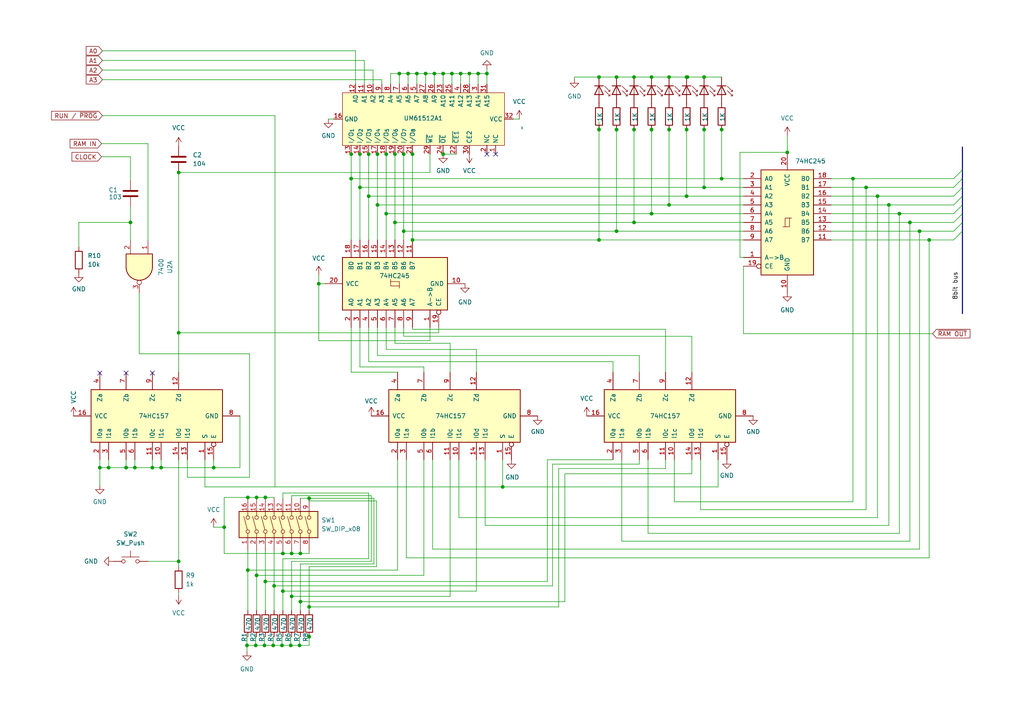
<source format=kicad_sch>
(kicad_sch (version 20230121) (generator eeschema)
  (paper "A4")
  (title_block (title "8 Bit CPU - RAM Module") (date "2023-08-03"))
  (lib_symbols
    (symbol "74xx:7400" (pin_names (offset 1.016))
      (property "Reference" "U" (at 0 1.27 0))
      (property "Value" "7400" (at 0 -1.27 0))
      (symbol "7400_1_1"
        (arc (start 0 -3.81) (mid 3.7934 0) (end 0 3.81) (stroke (width 0.254)) (fill (type background)))
        (polyline (pts (xy 0 3.81) (xy -3.81 3.81) (xy -3.81 -3.81) (xy 0 -3.81)) (stroke (width 0.254)) (fill (type background)))
        (pin input line (at -7.62 2.54 0) (length 3.81) (name "~") (number "1"))
        (pin input line (at -7.62 -2.54 0) (length 3.81) (name "~") (number "2"))
        (pin output inverted (at 7.62 0 180) (length 3.81) (name "~") (number "3"))
      )
      (symbol "7400_1_2"
        (arc (start -3.81 -3.81) (mid -2.589 0) (end -3.81 3.81) (stroke (width 0.254)))
        (arc (start -0.6096 -3.81) (mid 2.1842 -2.5851) (end 3.81 0) (stroke (width 0.254)) (fill (type background)))
        (polyline (pts (xy -3.81 -3.81) (xy -0.635 -3.81)) (stroke (width 0.254)) (fill (type background)))
        (polyline (pts (xy -3.81 3.81) (xy -0.635 3.81)) (stroke (width 0.254)) (fill (type background)))
        (polyline (pts (xy -0.635 3.81) (xy -3.81 3.81) (xy -3.81 3.81) (xy -3.556 3.4036) (xy -3.0226 2.2606) (xy -2.6924 1.0414) (xy -2.6162 -0.254) (xy -2.7686 -1.4986) (xy -3.175 -2.7178) (xy -3.81 -3.81) (xy -3.81 -3.81) (xy -0.635 -3.81)) (stroke (width -25.4)) (fill (type background)))
        (arc (start 3.81 0) (mid 2.1915 2.5936) (end -0.6096 3.81) (stroke (width 0.254)) (fill (type background)))
        (pin input inverted (at -7.62 2.54 0) (length 4.318) (name "~") (number "1"))
        (pin input inverted (at -7.62 -2.54 0) (length 4.318) (name "~") (number "2"))
        (pin output line (at 7.62 0 180) (length 3.81) (name "~") (number "3"))
      )
      (symbol "7400_2_1"
        (arc (start 0 -3.81) (mid 3.7934 0) (end 0 3.81) (stroke (width 0.254)) (fill (type background)))
        (polyline (pts (xy 0 3.81) (xy -3.81 3.81) (xy -3.81 -3.81) (xy 0 -3.81)) (stroke (width 0.254)) (fill (type background)))
        (pin input line (at -7.62 2.54 0) (length 3.81) (name "~") (number "4"))
        (pin input line (at -7.62 -2.54 0) (length 3.81) (name "~") (number "5"))
        (pin output inverted (at 7.62 0 180) (length 3.81) (name "~") (number "6"))
      )
      (symbol "7400_2_2"
        (arc (start -3.81 -3.81) (mid -2.589 0) (end -3.81 3.81) (stroke (width 0.254)))
        (arc (start -0.6096 -3.81) (mid 2.1842 -2.5851) (end 3.81 0) (stroke (width 0.254)) (fill (type background)))
        (polyline (pts (xy -3.81 -3.81) (xy -0.635 -3.81)) (stroke (width 0.254)) (fill (type background)))
        (polyline (pts (xy -3.81 3.81) (xy -0.635 3.81)) (stroke (width 0.254)) (fill (type background)))
        (polyline (pts (xy -0.635 3.81) (xy -3.81 3.81) (xy -3.81 3.81) (xy -3.556 3.4036) (xy -3.0226 2.2606) (xy -2.6924 1.0414) (xy -2.6162 -0.254) (xy -2.7686 -1.4986) (xy -3.175 -2.7178) (xy -3.81 -3.81) (xy -3.81 -3.81) (xy -0.635 -3.81)) (stroke (width -25.4)) (fill (type background)))
        (arc (start 3.81 0) (mid 2.1915 2.5936) (end -0.6096 3.81) (stroke (width 0.254)) (fill (type background)))
        (pin input inverted (at -7.62 2.54 0) (length 4.318) (name "~") (number "4"))
        (pin input inverted (at -7.62 -2.54 0) (length 4.318) (name "~") (number "5"))
        (pin output line (at 7.62 0 180) (length 3.81) (name "~") (number "6"))
      )
      (symbol "7400_3_1"
        (arc (start 0 -3.81) (mid 3.7934 0) (end 0 3.81) (stroke (width 0.254)) (fill (type background)))
        (polyline (pts (xy 0 3.81) (xy -3.81 3.81) (xy -3.81 -3.81) (xy 0 -3.81)) (stroke (width 0.254)) (fill (type background)))
        (pin input line (at -7.62 -2.54 0) (length 3.81) (name "~") (number "10"))
        (pin output inverted (at 7.62 0 180) (length 3.81) (name "~") (number "8"))
        (pin input line (at -7.62 2.54 0) (length 3.81) (name "~") (number "9"))
      )
      (symbol "7400_3_2"
        (arc (start -3.81 -3.81) (mid -2.589 0) (end -3.81 3.81) (stroke (width 0.254)))
        (arc (start -0.6096 -3.81) (mid 2.1842 -2.5851) (end 3.81 0) (stroke (width 0.254)) (fill (type background)))
        (polyline (pts (xy -3.81 -3.81) (xy -0.635 -3.81)) (stroke (width 0.254)) (fill (type background)))
        (polyline (pts (xy -3.81 3.81) (xy -0.635 3.81)) (stroke (width 0.254)) (fill (type background)))
        (polyline (pts (xy -0.635 3.81) (xy -3.81 3.81) (xy -3.81 3.81) (xy -3.556 3.4036) (xy -3.0226 2.2606) (xy -2.6924 1.0414) (xy -2.6162 -0.254) (xy -2.7686 -1.4986) (xy -3.175 -2.7178) (xy -3.81 -3.81) (xy -3.81 -3.81) (xy -0.635 -3.81)) (stroke (width -25.4)) (fill (type background)))
        (arc (start 3.81 0) (mid 2.1915 2.5936) (end -0.6096 3.81) (stroke (width 0.254)) (fill (type background)))
        (pin input inverted (at -7.62 -2.54 0) (length 4.318) (name "~") (number "10"))
        (pin output line (at 7.62 0 180) (length 3.81) (name "~") (number "8"))
        (pin input inverted (at -7.62 2.54 0) (length 4.318) (name "~") (number "9"))
      )
      (symbol "7400_4_1"
        (arc (start 0 -3.81) (mid 3.7934 0) (end 0 3.81) (stroke (width 0.254)) (fill (type background)))
        (polyline (pts (xy 0 3.81) (xy -3.81 3.81) (xy -3.81 -3.81) (xy 0 -3.81)) (stroke (width 0.254)) (fill (type background)))
        (pin output inverted (at 7.62 0 180) (length 3.81) (name "~") (number "11"))
        (pin input line (at -7.62 2.54 0) (length 3.81) (name "~") (number "12"))
        (pin input line (at -7.62 -2.54 0) (length 3.81) (name "~") (number "13"))
      )
      (symbol "7400_4_2"
        (arc (start -3.81 -3.81) (mid -2.589 0) (end -3.81 3.81) (stroke (width 0.254)))
        (arc (start -0.6096 -3.81) (mid 2.1842 -2.5851) (end 3.81 0) (stroke (width 0.254)) (fill (type background)))
        (polyline (pts (xy -3.81 -3.81) (xy -0.635 -3.81)) (stroke (width 0.254)) (fill (type background)))
        (polyline (pts (xy -3.81 3.81) (xy -0.635 3.81)) (stroke (width 0.254)) (fill (type background)))
        (polyline (pts (xy -0.635 3.81) (xy -3.81 3.81) (xy -3.81 3.81) (xy -3.556 3.4036) (xy -3.0226 2.2606) (xy -2.6924 1.0414) (xy -2.6162 -0.254) (xy -2.7686 -1.4986) (xy -3.175 -2.7178) (xy -3.81 -3.81) (xy -3.81 -3.81) (xy -0.635 -3.81)) (stroke (width -25.4)) (fill (type background)))
        (arc (start 3.81 0) (mid 2.1915 2.5936) (end -0.6096 3.81) (stroke (width 0.254)) (fill (type background)))
        (pin output line (at 7.62 0 180) (length 3.81) (name "~") (number "11"))
        (pin input inverted (at -7.62 2.54 0) (length 4.318) (name "~") (number "12"))
        (pin input inverted (at -7.62 -2.54 0) (length 4.318) (name "~") (number "13"))
      )
      (symbol "7400_5_0"
        (pin power_in line (at 0 12.7 270) (length 5.08) (name "VCC") (number "14"))
        (pin power_in line (at 0 -12.7 90) (length 5.08) (name "GND") (number "7"))
      )
      (symbol "7400_5_1"
        (rectangle (start -5.08 7.62) (end 5.08 -7.62) (stroke (width 0.254)) (fill (type background)))
      )
    )
    (symbol "74xx:74HC245" (pin_names (offset 1.016))
      (property "Reference" "U" (at -7.62 16.51 0))
      (property "Value" "74HC245" (at -7.62 -16.51 0))
      (symbol "74HC245_1_0"
        (polyline (pts (xy -0.635 -1.27) (xy -0.635 1.27) (xy 0.635 1.27)))
        (polyline (pts (xy -1.27 -1.27) (xy 0.635 -1.27) (xy 0.635 1.27) (xy 1.27 1.27)))
        (pin input line (at -12.7 -10.16 0) (length 5.08) (name "A->B") (number "1"))
        (pin power_in line (at 0 -20.32 90) (length 5.08) (name "GND") (number "10"))
        (pin tri_state line (at 12.7 -5.08 180) (length 5.08) (name "B7") (number "11"))
        (pin tri_state line (at 12.7 -2.54 180) (length 5.08) (name "B6") (number "12"))
        (pin tri_state line (at 12.7 0 180) (length 5.08) (name "B5") (number "13"))
        (pin tri_state line (at 12.7 2.54 180) (length 5.08) (name "B4") (number "14"))
        (pin tri_state line (at 12.7 5.08 180) (length 5.08) (name "B3") (number "15"))
        (pin tri_state line (at 12.7 7.62 180) (length 5.08) (name "B2") (number "16"))
        (pin tri_state line (at 12.7 10.16 180) (length 5.08) (name "B1") (number "17"))
        (pin tri_state line (at 12.7 12.7 180) (length 5.08) (name "B0") (number "18"))
        (pin input inverted (at -12.7 -12.7 0) (length 5.08) (name "CE") (number "19"))
        (pin tri_state line (at -12.7 12.7 0) (length 5.08) (name "A0") (number "2"))
        (pin power_in line (at 0 20.32 270) (length 5.08) (name "VCC") (number "20"))
        (pin tri_state line (at -12.7 10.16 0) (length 5.08) (name "A1") (number "3"))
        (pin tri_state line (at -12.7 7.62 0) (length 5.08) (name "A2") (number "4"))
        (pin tri_state line (at -12.7 5.08 0) (length 5.08) (name "A3") (number "5"))
        (pin tri_state line (at -12.7 2.54 0) (length 5.08) (name "A4") (number "6"))
        (pin tri_state line (at -12.7 0 0) (length 5.08) (name "A5") (number "7"))
        (pin tri_state line (at -12.7 -2.54 0) (length 5.08) (name "A6") (number "8"))
        (pin tri_state line (at -12.7 -5.08 0) (length 5.08) (name "A7") (number "9"))
      )
      (symbol "74HC245_1_1"
        (rectangle (start -7.62 15.24) (end 7.62 -15.24) (stroke (width 0.254)) (fill (type background)))
      )
    )
    (symbol "74xx:74LS157" (pin_names (offset 1.016))
      (property "Reference" "U" (at -7.62 19.05 0))
      (property "Value" "74LS157" (at -7.62 -21.59 0))
      (symbol "74LS157_1_0"
        (pin input line (at -12.7 -15.24 0) (length 5.08) (name "S") (number "1"))
        (pin input line (at -12.7 -2.54 0) (length 5.08) (name "I1c") (number "10"))
        (pin input line (at -12.7 0 0) (length 5.08) (name "I0c") (number "11"))
        (pin output line (at 12.7 -7.62 180) (length 5.08) (name "Zd") (number "12"))
        (pin input line (at -12.7 -10.16 0) (length 5.08) (name "I1d") (number "13"))
        (pin input line (at -12.7 -7.62 0) (length 5.08) (name "I0d") (number "14"))
        (pin input inverted (at -12.7 -17.78 0) (length 5.08) (name "E") (number "15"))
        (pin power_in line (at 0 22.86 270) (length 5.08) (name "VCC") (number "16"))
        (pin input line (at -12.7 15.24 0) (length 5.08) (name "I0a") (number "2"))
        (pin input line (at -12.7 12.7 0) (length 5.08) (name "I1a") (number "3"))
        (pin output line (at 12.7 15.24 180) (length 5.08) (name "Za") (number "4"))
        (pin input line (at -12.7 7.62 0) (length 5.08) (name "I0b") (number "5"))
        (pin input line (at -12.7 5.08 0) (length 5.08) (name "I1b") (number "6"))
        (pin output line (at 12.7 7.62 180) (length 5.08) (name "Zb") (number "7"))
        (pin power_in line (at 0 -25.4 90) (length 5.08) (name "GND") (number "8"))
        (pin output line (at 12.7 0 180) (length 5.08) (name "Zc") (number "9"))
      )
      (symbol "74LS157_1_1"
        (rectangle (start -7.62 17.78) (end 7.62 -20.32) (stroke (width 0.254)) (fill (type background)))
      )
    )
    (symbol "Antoine_Library:UM61512A"
      (property "Reference" "UM61512A" (at 3.81 -2.54 0))
      (symbol "UM61512A_1_1"
        (rectangle (start -10.16 -5.08) (end 5.08 -52.07) (fill (type background)))
        (pin free line (at 7.62 -7.62 180) (length 2.54) (name "NC") (number "1"))
        (pin input line (at -12.7 -43.18 0) (length 2.54) (name "A2") (number "10"))
        (pin input line (at -12.7 -45.72 0) (length 2.54) (name "A1") (number "11"))
        (pin input line (at -12.7 -48.26 0) (length 2.54) (name "A0") (number "12"))
        (pin tri_state line (at 7.62 -49.53 180) (length 2.54) (name "I/O_{1}") (number "13"))
        (pin tri_state line (at 7.62 -46.99 180) (length 2.54) (name "I/O_{2}") (number "14"))
        (pin tri_state line (at 7.62 -44.45 180) (length 2.54) (name "I/O_{3}") (number "15"))
        (pin power_out line (at -2.54 -54.61 90) (length 2.54) (name "GND") (number "16"))
        (pin tri_state line (at 7.62 -41.91 180) (length 2.54) (name "I/O_{4}") (number "17"))
        (pin tri_state line (at 7.62 -39.37 180) (length 2.54) (name "I/O_{5}") (number "18"))
        (pin tri_state line (at 7.62 -36.83 180) (length 2.54) (name "I/O_{6}") (number "19"))
        (pin free line (at 7.62 -10.16 180) (length 2.54) (name "NC") (number "2"))
        (pin tri_state line (at 7.62 -34.29 180) (length 2.54) (name "I/O_{7}") (number "20"))
        (pin tri_state line (at 7.62 -31.75 180) (length 2.54) (name "I/O_{8}") (number "21"))
        (pin input line (at 7.62 -19.05 180) (length 2.54) (name "~{CE1}") (number "22"))
        (pin input line (at -12.7 -22.86 0) (length 2.54) (name "A10") (number "23"))
        (pin input line (at 7.62 -22.86 180) (length 2.54) (name "~{OE}") (number "24"))
        (pin input line (at -12.7 -20.32 0) (length 2.54) (name "A11") (number "25"))
        (pin input line (at -12.7 -25.4 0) (length 2.54) (name "A9") (number "26"))
        (pin input line (at -12.7 -27.94 0) (length 2.54) (name "A8") (number "27"))
        (pin input line (at -12.7 -15.24 0) (length 2.54) (name "A13") (number "28"))
        (pin input line (at 7.62 -26.67 180) (length 2.54) (name "~{WE}") (number "29"))
        (pin input line (at -12.7 -12.7 0) (length 2.54) (name "A14") (number "3"))
        (pin input line (at 7.62 -15.24 180) (length 2.54) (name "CE2") (number "30"))
        (pin input line (at -12.7 -10.16 0) (length 2.54) (name "A15") (number "31"))
        (pin power_in line (at -2.54 -2.54 270) (length 2.54) (name "VCC") (number "32"))
        (pin input line (at -12.7 -17.78 0) (length 2.54) (name "A12") (number "4"))
        (pin input line (at -12.7 -30.48 0) (length 2.54) (name "A7") (number "5"))
        (pin input line (at -12.7 -33.02 0) (length 2.54) (name "A6") (number "6"))
        (pin input line (at -12.7 -35.56 0) (length 2.54) (name "A5") (number "7"))
        (pin input line (at -12.7 -38.1 0) (length 2.54) (name "A4") (number "8"))
        (pin input line (at -12.7 -40.64 0) (length 2.54) (name "A3") (number "9"))
      )
    )
    (symbol "Device:C" (pin_numbers hide) (pin_names (offset 0.254))
      (property "Reference" "C" (at 0.635 2.54 0))
      (property "Value" "C" (at 0.635 -2.54 0))
      (symbol "C_0_1"
        (polyline (pts (xy -2.032 -0.762) (xy 2.032 -0.762)) (stroke (width 0.508)))
        (polyline (pts (xy -2.032 0.762) (xy 2.032 0.762)) (stroke (width 0.508)))
      )
      (symbol "C_1_1"
        (pin passive line (at 0 3.81 270) (length 2.794) (name "~") (number "1"))
        (pin passive line (at 0 -3.81 90) (length 2.794) (name "~") (number "2"))
      )
    )
    (symbol "Device:R" (pin_numbers hide) (pin_names (offset 0))
      (property "Reference" "R" (at 2.032 0 90))
      (property "Value" "R" (at 0 0 90))
      (symbol "R_0_1"
        (rectangle (start -1.016 -2.54) (end 1.016 2.54) (stroke (width 0.254)))
      )
      (symbol "R_1_1"
        (pin passive line (at 0 3.81 270) (length 1.27) (name "~") (number "1"))
        (pin passive line (at 0 -3.81 90) (length 1.27) (name "~") (number "2"))
      )
    )
    (symbol "LED:CQY99" (pin_numbers hide) (pin_names (offset 1.016) hide)
      (property "Reference" "D" (at 0.508 1.778 0))
      (property "Value" "CQY99" (at -1.016 -2.794 0))
      (symbol "CQY99_0_1"
        (polyline (pts (xy -2.54 1.27) (xy -2.54 -1.27)) (stroke (width 0.254)))
        (polyline (pts (xy 0 0) (xy -2.54 0)))
        (polyline (pts (xy 0.381 3.175) (xy -0.127 3.175)))
        (polyline (pts (xy -1.143 1.651) (xy 0.381 3.175) (xy 0.381 2.667)))
        (polyline (pts (xy 0 -1.27) (xy -2.54 0) (xy 0 1.27) (xy 0 -1.27)) (stroke (width 0.254)))
        (polyline (pts (xy -2.413 1.651) (xy -0.889 3.175) (xy -0.889 2.667) (xy -0.889 3.175) (xy -1.397 3.175)))
      )
      (symbol "CQY99_1_1"
        (pin passive line (at -5.08 0 0) (length 2.54) (name "K") (number "1"))
        (pin passive line (at 2.54 0 180) (length 2.54) (name "A") (number "2"))
      )
    )
    (symbol "Switch:SW_DIP_x08" (pin_names (offset 0) hide)
      (property "Reference" "SW" (at 0 13.97 0))
      (property "Value" "SW_DIP_x08" (at 0 -11.43 0))
      (symbol "SW_DIP_x08_0_0"
        (circle (center -2.032 -7.62) (radius 0.508))
        (circle (center -2.032 -5.08) (radius 0.508))
        (circle (center -2.032 -2.54) (radius 0.508))
        (circle (center -2.032 0) (radius 0.508))
        (circle (center -2.032 2.54) (radius 0.508))
        (circle (center -2.032 5.08) (radius 0.508))
        (circle (center -2.032 7.62) (radius 0.508))
        (circle (center -2.032 10.16) (radius 0.508))
        (polyline (pts (xy -1.524 -7.4676) (xy 2.3622 -6.4262)))
        (polyline (pts (xy -1.524 -4.9276) (xy 2.3622 -3.8862)))
        (polyline (pts (xy -1.524 -2.3876) (xy 2.3622 -1.3462)))
        (polyline (pts (xy -1.524 0.127) (xy 2.3622 1.1684)))
        (polyline (pts (xy -1.524 2.667) (xy 2.3622 3.7084)))
        (polyline (pts (xy -1.524 5.207) (xy 2.3622 6.2484)))
        (polyline (pts (xy -1.524 7.747) (xy 2.3622 8.7884)))
        (polyline (pts (xy -1.524 10.287) (xy 2.3622 11.3284)))
        (circle (center 2.032 -7.62) (radius 0.508))
        (circle (center 2.032 -5.08) (radius 0.508))
        (circle (center 2.032 -2.54) (radius 0.508))
        (circle (center 2.032 0) (radius 0.508))
        (circle (center 2.032 2.54) (radius 0.508))
        (circle (center 2.032 5.08) (radius 0.508))
        (circle (center 2.032 7.62) (radius 0.508))
        (circle (center 2.032 10.16) (radius 0.508))
      )
      (symbol "SW_DIP_x08_0_1"
        (rectangle (start -3.81 12.7) (end 3.81 -10.16) (stroke (width 0.254)) (fill (type background)))
      )
      (symbol "SW_DIP_x08_1_1"
        (pin passive line (at -7.62 10.16 0) (length 5.08) (name "~") (number "1"))
        (pin passive line (at 7.62 -5.08 180) (length 5.08) (name "~") (number "10"))
        (pin passive line (at 7.62 -2.54 180) (length 5.08) (name "~") (number "11"))
        (pin passive line (at 7.62 0 180) (length 5.08) (name "~") (number "12"))
        (pin passive line (at 7.62 2.54 180) (length 5.08) (name "~") (number "13"))
        (pin passive line (at 7.62 5.08 180) (length 5.08) (name "~") (number "14"))
        (pin passive line (at 7.62 7.62 180) (length 5.08) (name "~") (number "15"))
        (pin passive line (at 7.62 10.16 180) (length 5.08) (name "~") (number "16"))
        (pin passive line (at -7.62 7.62 0) (length 5.08) (name "~") (number "2"))
        (pin passive line (at -7.62 5.08 0) (length 5.08) (name "~") (number "3"))
        (pin passive line (at -7.62 2.54 0) (length 5.08) (name "~") (number "4"))
        (pin passive line (at -7.62 0 0) (length 5.08) (name "~") (number "5"))
        (pin passive line (at -7.62 -2.54 0) (length 5.08) (name "~") (number "6"))
        (pin passive line (at -7.62 -5.08 0) (length 5.08) (name "~") (number "7"))
        (pin passive line (at -7.62 -7.62 0) (length 5.08) (name "~") (number "8"))
        (pin passive line (at 7.62 -7.62 180) (length 5.08) (name "~") (number "9"))
      )
    )
    (symbol "Switch:SW_Push" (pin_numbers hide) (pin_names (offset 1.016) hide)
      (property "Reference" "SW" (at 1.27 2.54 0))
      (property "Value" "SW_Push" (at 0 -1.524 0))
      (symbol "SW_Push_0_1"
        (circle (center -2.032 0) (radius 0.508))
        (polyline (pts (xy 0 1.27) (xy 0 3.048)))
        (polyline (pts (xy 2.54 1.27) (xy -2.54 1.27)))
        (circle (center 2.032 0) (radius 0.508))
        (pin passive line (at -5.08 0 0) (length 2.54) (name "1") (number "1"))
        (pin passive line (at 5.08 0 180) (length 2.54) (name "2") (number "2"))
      )
    )
    (symbol "power:GND" (power) (pin_names (offset 0))
      (property "Value" "GND" (at 0 -3.81 0))
      (symbol "GND_0_1"
        (polyline (pts (xy 0 0) (xy 0 -1.27) (xy 1.27 -1.27) (xy 0 -2.54) (xy -1.27 -1.27) (xy 0 -1.27)))
      )
      (symbol "GND_1_1"
        (pin power_in line (at 0 0 270) (length 0) hide (name "GND") (number "1"))
      )
    )
    (symbol "power:VCC" (power) (pin_names (offset 0))
      (property "Value" "VCC" (at 0 3.81 0))
      (symbol "VCC_0_1"
        (polyline (pts (xy -0.762 1.27) (xy 0 2.54)))
        (polyline (pts (xy 0 0) (xy 0 2.54)))
        (polyline (pts (xy 0 2.54) (xy 0.762 1.27)))
      )
      (symbol "VCC_1_1"
        (pin power_in line (at 0 0 90) (length 0) hide (name "VCC") (number "1"))
      )
    )
  )
  (junction (at 71.882 165.354))
  (junction (at 87.122 174.498))
  (junction (at 101.854 44.704))
  (junction (at 119.634 44.704))
  (junction (at 199.136 56.896))
  (junction (at 209.296 51.816))
  (junction (at 114.554 64.516))
  (junction (at 188.976 22.352))
  (junction (at 269.494 69.596))
  (junction (at 114.554 44.704))
  (junction (at 31.496 135.636))
  (junction (at 37.846 64.516))
  (junction (at 106.934 44.704))
  (junction (at 133.604 21.336))
  (junction (at 84.582 172.974))
  (junction (at 109.474 44.704))
  (junction (at 119.634 69.596))
  (junction (at 51.816 96.52))
  (junction (at 183.896 64.516))
  (junction (at 84.328 187.198))
  (junction (at 173.736 69.596))
  (junction (at 125.984 21.336))
  (junction (at 71.882 144.272))
  (junction (at 118.364 21.336))
  (junction (at 183.896 37.592))
  (junction (at 81.788 187.198))
  (junction (at 173.736 37.592))
  (junction (at 204.216 22.352))
  (junction (at 86.868 187.198))
  (junction (at 251.206 54.356))
  (junction (at 82.042 171.45))
  (junction (at 89.662 144.526))
  (junction (at 44.196 135.636))
  (junction (at 76.962 168.656))
  (junction (at 79.248 187.198))
  (junction (at 92.456 82.296))
  (junction (at 61.976 135.636))
  (junction (at 263.906 64.516))
  (junction (at 204.216 37.592))
  (junction (at 228.346 44.196))
  (junction (at 123.444 21.336))
  (junction (at 82.042 160.528))
  (junction (at 71.628 187.198))
  (junction (at 178.816 67.056))
  (junction (at 104.394 54.356))
  (junction (at 266.7 67.056))
  (junction (at 104.394 44.704))
  (junction (at 89.662 176.022))
  (junction (at 128.524 44.704))
  (junction (at 36.576 135.636))
  (junction (at 117.094 44.704))
  (junction (at 199.136 37.592))
  (junction (at 183.896 22.352))
  (junction (at 106.934 56.896))
  (junction (at 112.014 44.704))
  (junction (at 74.168 187.198))
  (junction (at 89.662 184.658))
  (junction (at 109.474 59.436))
  (junction (at 46.736 135.636))
  (junction (at 194.056 22.352))
  (junction (at 254.508 56.896))
  (junction (at 79.502 169.926))
  (junction (at 194.056 59.436))
  (junction (at 51.816 162.814))
  (junction (at 76.708 187.198))
  (junction (at 194.056 37.592))
  (junction (at 115.824 21.336))
  (junction (at 178.816 37.592))
  (junction (at 199.136 22.352))
  (junction (at 131.064 21.336))
  (junction (at 87.122 160.528))
  (junction (at 173.736 22.352))
  (junction (at 145.796 141.224))
  (junction (at 260.858 61.976))
  (junction (at 209.296 37.592))
  (junction (at 138.684 21.336))
  (junction (at 204.216 54.356))
  (junction (at 117.094 67.056))
  (junction (at 128.524 21.336))
  (junction (at 101.854 51.816))
  (junction (at 39.116 135.636))
  (junction (at 28.956 135.636))
  (junction (at 84.582 160.528))
  (junction (at 74.422 144.272))
  (junction (at 112.014 61.976))
  (junction (at 65.024 152.908))
  (junction (at 120.904 21.336))
  (junction (at 178.816 22.352))
  (junction (at 141.224 21.336))
  (junction (at 199.39 22.352))
  (junction (at 74.422 166.878))
  (junction (at 76.962 144.272))
  (junction (at 188.976 37.592))
  (junction (at 51.816 50.038))
  (junction (at 247.396 51.816))
  (junction (at 188.976 61.976))
  (junction (at 257.81 59.436))
  (junction (at 136.144 21.336))
  (no_connect (at 28.956 108.204))
  (no_connect (at 143.764 44.704))
  (no_connect (at 44.196 108.204))
  (no_connect (at 141.224 44.704))
  (no_connect (at 36.576 108.204))
  (bus_entry (at 279.146 67.056) (size -2.54 2.54))
  (bus_entry (at 279.146 56.896) (size -2.54 2.54))
  (bus_entry (at 279.146 54.356) (size -2.54 2.54))
  (bus_entry (at 279.146 51.816) (size -2.54 2.54))
  (bus_entry (at 279.146 49.276) (size -2.54 2.54))
  (bus_entry (at 279.146 64.516) (size -2.54 2.54))
  (bus_entry (at 279.146 61.976) (size -2.54 2.54))
  (bus_entry (at 279.146 59.436) (size -2.54 2.54))
  (wire (pts (xy 215.646 96.774) (xy 270.51 96.774)))
  (wire (pts (xy 51.816 50.038) (xy 124.714 50.038)))
  (wire (pts (xy 42.926 162.814) (xy 51.816 162.814)))
  (wire (pts (xy 76.708 187.198) (xy 74.168 187.198)))
  (wire (pts (xy 138.684 24.384) (xy 138.684 21.336)))
  (wire (pts (xy 130.556 99.568) (xy 114.554 99.568)))
  (wire (pts (xy 89.662 176.022) (xy 89.662 177.038)))
  (wire (pts (xy 183.896 64.516) (xy 215.646 64.516)))
  (wire (pts (xy 117.094 67.056) (xy 178.816 67.056)))
  (wire (pts (xy 76.962 144.526) (xy 76.962 144.272)))
  (wire (pts (xy 254.508 56.896) (xy 276.606 56.896)))
  (wire (pts (xy 89.662 145.288) (xy 89.662 144.526)))
  (wire (pts (xy 158.75 133.35) (xy 177.8 133.35)))
  (wire (pts (xy 79.502 144.526) (xy 79.502 144.272)))
  (wire (pts (xy 193.04 95.504) (xy 119.634 95.504)))
  (wire (pts (xy 42.926 69.85) (xy 42.926 41.656)))
  (wire (pts (xy 89.662 176.022) (xy 162.052 176.022)))
  (wire (pts (xy 204.216 37.338) (xy 204.216 37.592)))
  (wire (pts (xy 125.984 21.336) (xy 128.524 21.336)))
  (wire (pts (xy 74.168 187.198) (xy 71.628 187.198)))
  (wire (pts (xy 180.34 133.35) (xy 180.34 156.972)))
  (wire (pts (xy 200.66 133.35) (xy 200.66 137.414)))
  (wire (pts (xy 79.756 33.528) (xy 79.756 141.224)))
  (wire (pts (xy 51.816 96.52) (xy 51.816 107.95)))
  (wire (pts (xy 76.962 168.656) (xy 76.962 177.038)))
  (wire (pts (xy 122.936 166.878) (xy 122.936 133.35)))
  (wire (pts (xy 173.736 35.306) (xy 173.736 37.592)))
  (wire (pts (xy 87.122 174.498) (xy 163.83 174.498)))
  (wire (pts (xy 185.42 133.35) (xy 185.42 134.62)))
  (wire (pts (xy 109.22 145.288) (xy 89.662 145.288)))
  (wire (pts (xy 193.04 135.89) (xy 162.052 135.89)))
  (wire (pts (xy 86.868 187.198) (xy 89.662 187.198)))
  (wire (pts (xy 104.394 94.996) (xy 104.394 106.426)))
  (wire (pts (xy 92.456 82.296) (xy 94.234 82.296)))
  (wire (pts (xy 241.046 51.816) (xy 247.396 51.816)))
  (bus (pts (xy 279.146 56.896) (xy 279.146 59.436)))
  (wire (pts (xy 109.474 59.436) (xy 109.474 69.596)))
  (wire (pts (xy 173.736 22.352) (xy 178.816 22.352)))
  (wire (pts (xy 106.934 104.902) (xy 177.8 104.902)))
  (wire (pts (xy 109.474 94.996) (xy 109.474 103.124)))
  (wire (pts (xy 125.984 24.384) (xy 125.984 21.336)))
  (wire (pts (xy 119.634 94.996) (xy 119.634 95.504)))
  (wire (pts (xy 124.714 94.996) (xy 124.714 98.806)))
  (wire (pts (xy 183.896 37.338) (xy 183.896 37.592)))
  (wire (pts (xy 269.494 69.596) (xy 276.606 69.596)))
  (wire (pts (xy 251.206 147.828) (xy 251.206 54.356)))
  (wire (pts (xy 28.956 133.35) (xy 28.956 135.636)))
  (wire (pts (xy 87.122 160.528) (xy 89.662 160.528)))
  (wire (pts (xy 133.604 24.384) (xy 133.604 21.336)))
  (wire (pts (xy 120.904 24.384) (xy 120.904 21.336)))
  (wire (pts (xy 200.66 137.414) (xy 163.83 137.414)))
  (wire (pts (xy 69.596 120.65) (xy 69.596 135.636)))
  (wire (pts (xy 128.524 21.336) (xy 131.064 21.336)))
  (wire (pts (xy 160.274 134.62) (xy 160.274 169.926)))
  (wire (pts (xy 117.094 44.45) (xy 117.094 44.704)))
  (wire (pts (xy 71.882 144.272) (xy 74.422 144.272)))
  (wire (pts (xy 89.662 176.022) (xy 89.662 164.338)))
  (wire (pts (xy 89.662 184.404) (xy 89.662 184.658)))
  (wire (pts (xy 22.86 64.516) (xy 37.846 64.516)))
  (wire (pts (xy 118.364 21.336) (xy 120.904 21.336)))
  (wire (pts (xy 42.926 41.656) (xy 29.464 41.656)))
  (wire (pts (xy 82.042 160.528) (xy 65.024 160.528)))
  (wire (pts (xy 101.854 44.45) (xy 101.854 44.704)))
  (wire (pts (xy 119.634 44.45) (xy 119.634 44.704)))
  (wire (pts (xy 74.168 184.658) (xy 74.422 184.658)))
  (wire (pts (xy 76.962 159.766) (xy 76.962 168.656)))
  (wire (pts (xy 65.024 152.908) (xy 65.024 144.272)))
  (wire (pts (xy 140.716 133.35) (xy 140.716 152.4)))
  (bus (pts (xy 279.146 61.976) (xy 279.146 64.516)))
  (wire (pts (xy 29.718 23.114) (xy 110.744 23.114)))
  (wire (pts (xy 106.934 44.704) (xy 106.934 56.896)))
  (wire (pts (xy 79.502 169.926) (xy 79.502 177.038)))
  (wire (pts (xy 188.976 37.338) (xy 188.976 37.592)))
  (wire (pts (xy 84.328 184.658) (xy 84.582 184.658)))
  (wire (pts (xy 117.094 67.056) (xy 117.094 69.596)))
  (wire (pts (xy 106.934 44.45) (xy 106.934 44.704)))
  (wire (pts (xy 130.556 133.35) (xy 130.556 172.974)))
  (wire (pts (xy 108.204 20.32) (xy 108.204 24.384)))
  (wire (pts (xy 263.906 156.972) (xy 263.906 64.516)))
  (wire (pts (xy 119.634 69.596) (xy 173.736 69.596)))
  (wire (pts (xy 215.646 74.676) (xy 214.63 74.676)))
  (wire (pts (xy 133.604 21.336) (xy 136.144 21.336)))
  (bus (pts (xy 279.146 54.356) (xy 279.146 56.896)))
  (wire (pts (xy 188.976 61.976) (xy 215.646 61.976)))
  (wire (pts (xy 101.854 44.704) (xy 101.854 51.816)))
  (wire (pts (xy 71.628 184.658) (xy 71.882 184.658)))
  (wire (pts (xy 61.976 152.908) (xy 65.024 152.908)))
  (wire (pts (xy 113.284 24.384) (xy 113.284 21.336)))
  (wire (pts (xy 82.042 171.45) (xy 138.176 171.45)))
  (wire (pts (xy 160.274 134.62) (xy 185.42 134.62)))
  (wire (pts (xy 127.254 94.996) (xy 127.254 96.52)))
  (wire (pts (xy 178.816 22.352) (xy 183.896 22.352)))
  (wire (pts (xy 177.8 107.95) (xy 177.8 104.902)))
  (wire (pts (xy 84.582 160.528) (xy 87.122 160.528)))
  (wire (pts (xy 195.58 145.542) (xy 247.396 145.542)))
  (wire (pts (xy 247.396 145.542) (xy 247.396 51.816)))
  (wire (pts (xy 79.756 33.528) (xy 29.718 33.528)))
  (wire (pts (xy 61.976 135.636) (xy 61.976 133.35)))
  (wire (pts (xy 204.216 22.352) (xy 209.296 22.352)))
  (wire (pts (xy 257.81 152.4) (xy 257.81 59.436)))
  (wire (pts (xy 84.582 159.766) (xy 84.582 160.528)))
  (wire (pts (xy 128.524 24.384) (xy 128.524 21.336)))
  (wire (pts (xy 84.582 172.974) (xy 130.556 172.974)))
  (wire (pts (xy 141.224 21.336) (xy 141.224 24.384)))
  (wire (pts (xy 200.66 97.536) (xy 117.094 97.536)))
  (wire (pts (xy 115.316 133.35) (xy 115.316 165.354)))
  (wire (pts (xy 185.42 103.124) (xy 109.474 103.124)))
  (wire (pts (xy 138.176 171.45) (xy 138.176 133.35)))
  (wire (pts (xy 86.868 184.658) (xy 86.868 187.198)))
  (wire (pts (xy 120.904 21.336) (xy 123.444 21.336)))
  (wire (pts (xy 166.624 22.352) (xy 173.736 22.352)))
  (wire (pts (xy 71.882 165.354) (xy 71.882 177.038)))
  (wire (pts (xy 95.25 34.544) (xy 96.774 34.544)))
  (wire (pts (xy 101.854 51.816) (xy 209.296 51.816)))
  (wire (pts (xy 28.956 135.636) (xy 28.956 140.716)))
  (wire (pts (xy 87.122 144.526) (xy 89.662 144.526)))
  (bus (pts (xy 279.146 42.672) (xy 279.146 49.276)))
  (wire (pts (xy 199.39 22.352) (xy 204.216 22.352)))
  (wire (pts (xy 84.582 144.526) (xy 84.582 143.764)))
  (wire (pts (xy 37.846 59.944) (xy 37.846 64.516)))
  (wire (pts (xy 145.796 133.35) (xy 145.796 141.224)))
  (wire (pts (xy 105.664 17.526) (xy 105.664 24.384)))
  (bus (pts (xy 279.146 67.056) (xy 279.146 90.932)))
  (wire (pts (xy 108.458 163.576) (xy 87.122 163.576)))
  (wire (pts (xy 44.196 133.35) (xy 44.196 135.636)))
  (wire (pts (xy 203.2 147.828) (xy 251.206 147.828)))
  (wire (pts (xy 71.882 144.272) (xy 71.882 144.526)))
  (wire (pts (xy 203.2 133.35) (xy 203.2 147.828)))
  (wire (pts (xy 113.284 21.336) (xy 115.824 21.336)))
  (wire (pts (xy 51.816 50.038) (xy 51.816 96.52)))
  (wire (pts (xy 178.816 67.056) (xy 215.646 67.056)))
  (wire (pts (xy 251.206 54.356) (xy 276.606 54.356)))
  (wire (pts (xy 106.934 162.052) (xy 82.042 162.052)))
  (wire (pts (xy 79.248 187.198) (xy 76.708 187.198)))
  (wire (pts (xy 122.936 106.426) (xy 104.394 106.426)))
  (wire (pts (xy 128.524 44.704) (xy 132.334 44.704)))
  (wire (pts (xy 84.582 172.974) (xy 84.582 177.038)))
  (wire (pts (xy 106.934 104.902) (xy 106.934 94.996)))
  (wire (pts (xy 65.024 160.528) (xy 65.024 152.908)))
  (wire (pts (xy 106.934 143.002) (xy 106.934 162.052)))
  (wire (pts (xy 123.444 24.384) (xy 123.444 21.336)))
  (wire (pts (xy 260.858 61.976) (xy 276.606 61.976)))
  (wire (pts (xy 180.34 156.972) (xy 263.906 156.972)))
  (wire (pts (xy 104.394 44.704) (xy 104.394 54.356)))
  (wire (pts (xy 125.476 159.258) (xy 125.476 133.35)))
  (wire (pts (xy 81.788 184.658) (xy 81.788 187.198)))
  (wire (pts (xy 112.014 94.996) (xy 112.014 101.346)))
  (wire (pts (xy 101.854 107.95) (xy 115.316 107.95)))
  (wire (pts (xy 178.816 37.338) (xy 178.816 37.592)))
  (wire (pts (xy 81.788 187.198) (xy 84.328 187.198)))
  (wire (pts (xy 214.63 44.196) (xy 228.346 44.196)))
  (wire (pts (xy 36.576 135.636) (xy 31.496 135.636)))
  (wire (pts (xy 145.796 141.224) (xy 208.28 141.224)))
  (wire (pts (xy 46.736 135.636) (xy 61.976 135.636)))
  (wire (pts (xy 76.962 168.656) (xy 158.75 168.656)))
  (wire (pts (xy 74.422 144.272) (xy 76.962 144.272)))
  (wire (pts (xy 140.716 152.4) (xy 257.81 152.4)))
  (wire (pts (xy 46.736 133.35) (xy 46.736 135.636)))
  (wire (pts (xy 71.882 159.766) (xy 71.882 165.354)))
  (wire (pts (xy 193.04 107.95) (xy 193.04 95.504)))
  (wire (pts (xy 82.042 159.766) (xy 82.042 160.528)))
  (wire (pts (xy 54.356 138.43) (xy 54.356 133.35)))
  (wire (pts (xy 72.39 102.616) (xy 40.386 102.616)))
  (wire (pts (xy 112.014 61.976) (xy 112.014 69.596)))
  (wire (pts (xy 44.196 135.636) (xy 39.116 135.636)))
  (wire (pts (xy 29.718 17.526) (xy 105.664 17.526)))
  (wire (pts (xy 89.662 160.528) (xy 89.662 159.766)))
  (wire (pts (xy 138.176 107.95) (xy 138.176 101.346)))
  (wire (pts (xy 241.046 56.896) (xy 254.508 56.896)))
  (wire (pts (xy 150.622 34.544) (xy 148.844 34.544)))
  (wire (pts (xy 215.646 77.216) (xy 215.646 96.774)))
  (wire (pts (xy 119.634 44.704) (xy 119.634 69.596)))
  (wire (pts (xy 173.736 69.596) (xy 215.646 69.596)))
  (wire (pts (xy 114.554 64.516) (xy 114.554 69.596)))
  (wire (pts (xy 187.96 154.686) (xy 260.858 154.686)))
  (wire (pts (xy 163.83 137.414) (xy 163.83 174.498)))
  (wire (pts (xy 112.014 44.704) (xy 112.014 61.976)))
  (wire (pts (xy 71.882 165.354) (xy 115.316 165.354)))
  (wire (pts (xy 29.718 14.732) (xy 103.124 14.732)))
  (bus (pts (xy 279.146 51.816) (xy 279.146 49.276)))
  (wire (pts (xy 76.708 184.658) (xy 76.708 187.198)))
  (wire (pts (xy 84.582 162.814) (xy 84.582 172.974)))
  (wire (pts (xy 28.956 135.636) (xy 31.496 135.636)))
  (wire (pts (xy 158.75 133.35) (xy 158.75 168.656)))
  (wire (pts (xy 194.056 59.436) (xy 215.646 59.436)))
  (wire (pts (xy 82.042 160.528) (xy 84.582 160.528)))
  (wire (pts (xy 82.042 171.45) (xy 82.042 177.038)))
  (wire (pts (xy 214.63 74.676) (xy 214.63 44.196)))
  (wire (pts (xy 115.824 24.384) (xy 115.824 21.336)))
  (wire (pts (xy 114.554 44.704) (xy 114.554 64.516)))
  (wire (pts (xy 108.458 144.526) (xy 108.458 163.576)))
  (wire (pts (xy 106.934 56.896) (xy 106.934 69.596)))
  (wire (pts (xy 133.096 150.114) (xy 254.508 150.114)))
  (wire (pts (xy 199.136 22.352) (xy 199.39 22.352)))
  (wire (pts (xy 51.816 162.814) (xy 51.816 164.338)))
  (wire (pts (xy 76.708 184.658) (xy 76.962 184.658)))
  (wire (pts (xy 194.056 37.338) (xy 194.056 37.592)))
  (bus (pts (xy 279.146 59.436) (xy 279.146 61.976)))
  (wire (pts (xy 138.176 101.346) (xy 112.014 101.346)))
  (wire (pts (xy 51.816 171.958) (xy 51.816 172.72)))
  (wire (pts (xy 209.296 37.338) (xy 209.296 37.592)))
  (wire (pts (xy 39.116 135.636) (xy 36.576 135.636)))
  (wire (pts (xy 65.024 144.272) (xy 71.882 144.272)))
  (wire (pts (xy 86.868 184.658) (xy 87.122 184.658)))
  (wire (pts (xy 114.554 44.45) (xy 114.554 44.704)))
  (wire (pts (xy 101.854 94.996) (xy 101.854 107.95)))
  (wire (pts (xy 36.576 133.35) (xy 36.576 135.636)))
  (wire (pts (xy 131.064 24.384) (xy 131.064 21.336)))
  (wire (pts (xy 82.042 144.526) (xy 82.042 143.002)))
  (wire (pts (xy 138.684 21.336) (xy 141.224 21.336)))
  (wire (pts (xy 254.508 150.114) (xy 254.508 56.896)))
  (wire (pts (xy 130.556 99.568) (xy 130.556 107.95)))
  (wire (pts (xy 162.052 135.89) (xy 162.052 176.022)))
  (wire (pts (xy 185.42 107.95) (xy 185.42 103.124)))
  (wire (pts (xy 166.624 22.86) (xy 166.624 22.352)))
  (wire (pts (xy 199.39 22.352) (xy 199.39 22.606)))
  (wire (pts (xy 125.476 159.258) (xy 266.7 159.258)))
  (wire (pts (xy 199.136 37.592) (xy 199.136 56.896)))
  (wire (pts (xy 79.248 184.658) (xy 79.502 184.658)))
  (wire (pts (xy 263.906 64.516) (xy 276.606 64.516)))
  (wire (pts (xy 79.248 187.198) (xy 81.788 187.198)))
  (wire (pts (xy 117.094 44.704) (xy 117.094 67.056)))
  (wire (pts (xy 241.046 59.436) (xy 257.81 59.436)))
  (wire (pts (xy 72.39 138.43) (xy 72.39 102.616)))
  (wire (pts (xy 74.422 166.878) (xy 74.422 177.038)))
  (wire (pts (xy 117.094 94.996) (xy 117.094 97.536)))
  (wire (pts (xy 71.628 187.198) (xy 71.628 188.976)))
  (wire (pts (xy 260.858 154.686) (xy 260.858 61.976)))
  (wire (pts (xy 183.896 37.592) (xy 183.896 64.516)))
  (wire (pts (xy 228.346 39.37) (xy 228.346 44.196)))
  (wire (pts (xy 188.976 22.352) (xy 194.056 22.352)))
  (wire (pts (xy 109.22 164.338) (xy 109.22 145.288)))
  (wire (pts (xy 199.136 37.338) (xy 199.136 37.592)))
  (wire (pts (xy 208.28 133.35) (xy 208.28 141.224)))
  (wire (pts (xy 71.628 184.658) (xy 71.628 187.198)))
  (wire (pts (xy 199.136 56.896) (xy 215.646 56.896)))
  (wire (pts (xy 84.328 187.198) (xy 86.868 187.198)))
  (wire (pts (xy 209.296 37.592) (xy 209.296 51.816)))
  (wire (pts (xy 195.58 133.35) (xy 195.58 145.542)))
  (wire (pts (xy 141.224 20.066) (xy 141.224 21.336)))
  (wire (pts (xy 82.042 162.052) (xy 82.042 171.45)))
  (wire (pts (xy 31.496 135.636) (xy 31.496 133.35)))
  (wire (pts (xy 84.328 184.658) (xy 84.328 187.198)))
  (wire (pts (xy 107.696 162.814) (xy 84.582 162.814)))
  (wire (pts (xy 74.422 144.272) (xy 74.422 144.526)))
  (wire (pts (xy 104.394 44.45) (xy 104.394 44.704)))
  (wire (pts (xy 241.046 64.516) (xy 263.906 64.516)))
  (wire (pts (xy 101.854 51.816) (xy 101.854 69.596)))
  (wire (pts (xy 204.216 37.592) (xy 204.216 54.356)))
  (wire (pts (xy 79.502 159.766) (xy 79.502 169.926)))
  (wire (pts (xy 74.422 166.878) (xy 122.936 166.878)))
  (wire (pts (xy 37.846 64.516) (xy 37.846 69.85)))
  (wire (pts (xy 122.936 107.95) (xy 122.936 106.426)))
  (wire (pts (xy 204.216 54.356) (xy 215.646 54.356)))
  (wire (pts (xy 118.364 24.384) (xy 118.364 21.336)))
  (wire (pts (xy 173.736 37.592) (xy 173.736 69.596)))
  (wire (pts (xy 104.394 54.356) (xy 104.394 69.596)))
  (wire (pts (xy 112.014 44.45) (xy 112.014 44.704)))
  (wire (pts (xy 39.116 133.35) (xy 39.116 135.636)))
  (wire (pts (xy 257.81 59.436) (xy 276.606 59.436)))
  (wire (pts (xy 59.436 141.224) (xy 145.796 141.224)))
  (wire (pts (xy 106.934 56.896) (xy 199.136 56.896)))
  (wire (pts (xy 22.86 71.628) (xy 22.86 64.516)))
  (wire (pts (xy 117.856 133.35) (xy 117.856 161.798)))
  (wire (pts (xy 59.436 133.35) (xy 59.436 141.224)))
  (wire (pts (xy 92.456 82.296) (xy 92.456 98.806)))
  (wire (pts (xy 178.816 37.592) (xy 178.816 67.056)))
  (wire (pts (xy 114.554 64.516) (xy 183.896 64.516)))
  (wire (pts (xy 193.04 133.35) (xy 193.04 135.89)))
  (wire (pts (xy 241.046 61.976) (xy 260.858 61.976)))
  (wire (pts (xy 115.824 21.336) (xy 118.364 21.336)))
  (wire (pts (xy 187.96 133.35) (xy 187.96 154.686)))
  (wire (pts (xy 133.096 133.35) (xy 133.096 150.114)))
  (wire (pts (xy 82.042 143.002) (xy 106.934 143.002)))
  (wire (pts (xy 194.056 37.592) (xy 194.056 59.436)))
  (wire (pts (xy 117.856 161.798) (xy 269.494 161.798)))
  (wire (pts (xy 247.396 51.816) (xy 276.606 51.816)))
  (wire (pts (xy 200.66 107.95) (xy 200.66 97.536)))
  (wire (pts (xy 127.254 96.52) (xy 51.816 96.52)))
  (wire (pts (xy 89.662 164.338) (xy 109.22 164.338)))
  (wire (pts (xy 84.582 143.764) (xy 107.696 143.764)))
  (wire (pts (xy 51.816 133.35) (xy 51.816 162.814)))
  (wire (pts (xy 131.064 21.336) (xy 133.604 21.336)))
  (wire (pts (xy 46.736 135.636) (xy 44.196 135.636)))
  (wire (pts (xy 92.456 79.756) (xy 92.456 82.296)))
  (wire (pts (xy 89.662 187.198) (xy 89.662 184.658)))
  (wire (pts (xy 103.124 14.732) (xy 103.124 24.384)))
  (wire (pts (xy 241.046 69.596) (xy 269.494 69.596)))
  (wire (pts (xy 114.554 94.996) (xy 114.554 99.568)))
  (wire (pts (xy 29.464 45.466) (xy 37.846 45.466)))
  (wire (pts (xy 79.502 144.272) (xy 76.962 144.272)))
  (wire (pts (xy 136.144 21.336) (xy 138.684 21.336)))
  (wire (pts (xy 87.122 163.576) (xy 87.122 174.498)))
  (wire (pts (xy 61.976 135.636) (xy 69.596 135.636)))
  (wire (pts (xy 241.046 67.056) (xy 266.7 67.056)))
  (bus (pts (xy 279.146 64.516) (xy 279.146 67.056)))
  (wire (pts (xy 123.444 21.336) (xy 125.984 21.336)))
  (wire (pts (xy 40.386 85.09) (xy 40.386 102.616)))
  (wire (pts (xy 194.056 22.352) (xy 199.136 22.352)))
  (wire (pts (xy 81.788 184.658) (xy 82.042 184.658)))
  (wire (pts (xy 266.7 67.056) (xy 276.606 67.056)))
  (wire (pts (xy 89.662 144.526) (xy 108.458 144.526)))
  (bus (pts (xy 279.146 51.816) (xy 279.146 54.356)))
  (wire (pts (xy 112.014 61.976) (xy 188.976 61.976)))
  (wire (pts (xy 79.502 169.926) (xy 160.274 169.926)))
  (wire (pts (xy 107.696 143.764) (xy 107.696 162.814)))
  (wire (pts (xy 74.422 159.766) (xy 74.422 166.878)))
  (wire (pts (xy 104.394 54.356) (xy 204.216 54.356)))
  (wire (pts (xy 74.168 184.658) (xy 74.168 187.198)))
  (wire (pts (xy 79.248 184.658) (xy 79.248 187.198)))
  (wire (pts (xy 110.744 23.114) (xy 110.744 24.384)))
  (wire (pts (xy 241.046 54.356) (xy 251.206 54.356)))
  (wire (pts (xy 188.976 37.592) (xy 188.976 61.976)))
  (wire (pts (xy 209.296 51.816) (xy 215.646 51.816)))
  (wire (pts (xy 124.714 50.038) (xy 124.714 44.704)))
  (wire (pts (xy 29.718 20.32) (xy 108.204 20.32)))
  (wire (pts (xy 87.122 159.766) (xy 87.122 160.528)))
  (wire (pts (xy 124.714 98.806) (xy 92.456 98.806)))
  (wire (pts (xy 54.356 138.43) (xy 72.39 138.43)))
  (wire (pts (xy 109.474 44.45) (xy 109.474 44.704)))
  (wire (pts (xy 109.474 59.436) (xy 194.056 59.436)))
  (wire (pts (xy 109.474 44.704) (xy 109.474 59.436)))
  (wire (pts (xy 183.896 22.352) (xy 188.976 22.352)))
  (wire (pts (xy 37.846 45.466) (xy 37.846 52.324)))
  (wire (pts (xy 269.494 161.798) (xy 269.494 69.596)))
  (wire (pts (xy 136.144 24.384) (xy 136.144 21.336)))
  (wire (pts (xy 266.7 159.258) (xy 266.7 67.056)))
  (wire (pts (xy 87.122 174.498) (xy 87.122 177.038)))
  (label "8bit bus" (at 278.13 78.74 270))
  (global_label "RAM IN" (shape input) (at 29.464 41.656 180) (property "Intersheetrefs" "${INTERSHEET_REFS}" (effects hide)))
  (global_label "A0" (shape input) (at 29.718 14.732 180) (property "Intersheetrefs" "${INTERSHEET_REFS}" (effects hide)))
  (global_label "A1" (shape input) (at 29.718 17.526 180) (property "Intersheetrefs" "${INTERSHEET_REFS}" (effects hide)))
  (global_label "A2" (shape input) (at 29.718 20.32 180) (property "Intersheetrefs" "${INTERSHEET_REFS}" (effects hide)))
  (global_label "~{RAM OUT}" (shape input) (at 270.51 96.774 0) (property "Intersheetrefs" "${INTERSHEET_REFS}" (effects hide)))
  (global_label "CLOCK" (shape input) (at 29.464 45.466 180) (property "Intersheetrefs" "${INTERSHEET_REFS}" (effects hide)))
  (global_label "RUN {slash} ~{PROG}" (shape input) (at 29.718 33.528 180) (property "Intersheetrefs" "${INTERSHEET_REFS}" (effects hide)))
  (global_label "A3" (shape input) (at 29.718 23.114 180) (property "Intersheetrefs" "${INTERSHEET_REFS}" (effects hide)))
  (symbol (lib_id "power:GND") (at 32.766 162.814 270) (unit 1)
    (property "Reference" "#PWR019" (effects hide))
    (property "Value" "GND" (at 28.448 162.814 90) (effects (justify right)))
  )
  (symbol (lib_id "power:VCC") (at 61.976 152.908 0) (unit 1)
    (property "Reference" "#PWR011" (effects hide))
    (property "Value" "VCC" (at 61.976 147.828 0))
  )
  (symbol (lib_id "LED:CQY99") (at 194.056 27.432 270) (unit 1)
    (property "Reference" "D5" (effects hide))
    (property "Value" "RED" (effects hide))
    (property "Footprint" "LED_THT:LED_D5.0mm_IRGrey" (effects hide))
    (property "Datasheet" "https://www.prtice.info/IMG/pdf/CQY99.pdf" (effects hide))
  )
  (symbol (lib_id "power:GND") (at 218.44 120.65 0) (unit 1)
    (property "Reference" "#PWR07" (effects hide))
    (property "Value" "GND" (at 218.44 125.222 0))
  )
  (symbol (lib_id "power:VCC") (at 228.346 39.37 0) (unit 1)
    (property "Reference" "#PWR03" (effects hide))
    (property "Value" "VCC" (at 228.346 34.29 0))
  )
  (symbol (lib_id "LED:CQY99") (at 188.976 27.432 270) (unit 1)
    (property "Reference" "D4" (effects hide))
    (property "Value" "RED" (effects hide))
    (property "Footprint" "LED_THT:LED_D5.0mm_IRGrey" (effects hide))
    (property "Datasheet" "https://www.prtice.info/IMG/pdf/CQY99.pdf" (effects hide))
  )
  (symbol (lib_id "Device:R") (at 51.816 168.148 0) (unit 1)
    (property "Reference" "R9" (at 53.848 166.878 0) (effects (justify left)))
    (property "Value" "1k" (at 53.848 169.418 0) (effects (justify left)))
  )
  (symbol (lib_id "LED:CQY99") (at 209.296 27.432 270) (unit 1)
    (property "Reference" "D8" (effects hide))
    (property "Value" "RED" (effects hide))
    (property "Footprint" "LED_THT:LED_D5.0mm_IRGrey" (effects hide))
    (property "Datasheet" "https://www.prtice.info/IMG/pdf/CQY99.pdf" (effects hide))
  )
  (symbol (lib_id "power:GND") (at 148.336 133.35 0) (unit 1)
    (property "Reference" "#PWR010" (effects hide))
    (property "Value" "GND" (at 148.59 138.43 0))
  )
  (symbol (lib_id "Switch:SW_DIP_x08") (at 82.042 152.146 90) (unit 1)
    (property "Reference" "SW1" (at 93.218 150.876 90) (effects (justify right)))
    (property "Value" "SW_DIP_x08" (at 93.218 153.416 90) (effects (justify right)))
  )
  (symbol (lib_id "Device:R") (at 79.502 180.848 0) (unit 1)
    (property "Reference" "R4" (at 78.486 186.182 90) (effects (justify left)))
    (property "Value" "470" (at 79.756 182.88 90) (effects (justify left)))
  )
  (symbol (lib_id "power:GND") (at 134.874 82.296 0) (unit 1)
    (property "Reference" "#PWR024" (effects hide))
    (property "Value" "GND" (at 134.874 87.63 0))
  )
  (symbol (lib_id "Device:R") (at 173.736 33.782 0) (unit 1)
    (property "Reference" "R11" (effects hide))
    (property "Value" "1K" (at 173.99 35.306 90) (effects (justify left)))
  )
  (symbol (lib_id "Device:R") (at 87.122 180.848 0) (unit 1)
    (property "Reference" "R7" (at 86.106 186.182 90) (effects (justify left)))
    (property "Value" "470" (at 87.376 182.88 90) (effects (justify left)))
  )
  (symbol (lib_id "LED:CQY99") (at 173.736 27.432 270) (unit 1)
    (property "Reference" "D1" (effects hide))
    (property "Value" "RED" (effects hide))
    (property "Footprint" "LED_THT:LED_D5.0mm_IRGrey" (effects hide))
    (property "Datasheet" "https://www.prtice.info/IMG/pdf/CQY99.pdf" (effects hide))
  )
  (symbol (lib_id "74xx:74HC245") (at 228.346 64.516 0) (unit 1)
    (property "Reference" "U?" (effects hide))
    (property "Value" "74HC245" (at 230.632 46.736 0) (effects (justify left)))
    (property "Datasheet" "http://www.ti.com/lit/gpn/sn74HC245" (effects hide))
  )
  (symbol (lib_id "LED:CQY99") (at 204.216 27.432 270) (unit 1)
    (property "Reference" "D7" (effects hide))
    (property "Value" "RED" (effects hide))
    (property "Footprint" "LED_THT:LED_D5.0mm_IRGrey" (effects hide))
    (property "Datasheet" "https://www.prtice.info/IMG/pdf/CQY99.pdf" (effects hide))
  )
  (symbol (lib_id "Device:R") (at 194.056 33.782 0) (unit 1)
    (property "Reference" "R15" (effects hide))
    (property "Value" "1K" (at 194.31 35.306 90) (effects (justify left)))
  )
  (symbol (lib_id "power:GND") (at 228.346 84.836 0) (unit 1)
    (property "Reference" "#PWR08" (effects hide))
    (property "Value" "GND" (at 228.346 89.916 0))
  )
  (symbol (lib_id "Antoine_Library:UM61512A") (at 151.384 37.084 270) (unit 1)
    (property "Reference" "UM61512A1" (at 117.094 34.29 90) (effects (justify left)))
    (property "Value" "~" (at 151.384 37.084 0))
  )
  (symbol (lib_id "power:GND") (at 22.86 79.248 0) (unit 1)
    (property "Reference" "#PWR017" (effects hide))
    (property "Value" "GND" (at 22.86 83.82 0))
  )
  (symbol (lib_id "Device:C") (at 37.846 56.134 0) (unit 1)
    (property "Reference" "C1" (at 31.496 55.118 0) (effects (justify left)))
    (property "Value" "103" (at 31.496 57.15 0) (effects (justify left)))
  )
  (symbol (lib_id "LED:CQY99") (at 183.896 27.432 270) (unit 1)
    (property "Reference" "D3" (effects hide))
    (property "Value" "RED" (effects hide))
    (property "Footprint" "LED_THT:LED_D5.0mm_IRGrey" (effects hide))
    (property "Datasheet" "https://www.prtice.info/IMG/pdf/CQY99.pdf" (effects hide))
  )
  (symbol (lib_id "power:GND") (at 71.628 188.976 0) (unit 1)
    (property "Reference" "#PWR013" (effects hide))
    (property "Value" "GND" (at 71.628 194.056 0))
  )
  (symbol (lib_id "Device:R") (at 188.976 33.782 0) (unit 1)
    (property "Reference" "R14" (effects hide))
    (property "Value" "1K" (at 189.23 35.306 90) (effects (justify left)))
  )
  (symbol (lib_id "power:VCC") (at 51.816 42.418 0) (unit 1)
    (property "Reference" "#PWR022" (effects hide))
    (property "Value" "VCC" (at 51.816 37.084 0))
  )
  (symbol (lib_id "power:GND") (at 28.956 140.716 0) (unit 1)
    (property "Reference" "#PWR016" (effects hide))
    (property "Value" "GND" (at 28.956 145.542 0))
  )
  (symbol (lib_id "74xx:74LS157") (at 193.04 120.65 90) (unit 1)
    (property "Reference" "U?" (effects hide))
    (property "Value" "74HC157" (at 197.358 120.65 90) (effects (justify left)))
    (property "Datasheet" "http://www.ti.com/lit/gpn/sn74LS157" (effects hide))
  )
  (symbol (lib_id "Device:R") (at 89.662 180.848 0) (unit 1)
    (property "Reference" "R8" (at 88.646 186.182 90) (effects (justify left)))
    (property "Value" "470" (at 89.916 182.88 90) (effects (justify left)))
  )
  (symbol (lib_id "Device:R") (at 74.422 180.848 0) (unit 1)
    (property "Reference" "R2" (at 73.406 186.182 90) (effects (justify left)))
    (property "Value" "470" (at 74.676 182.88 90) (effects (justify left)))
  )
  (symbol (lib_id "74xx:7400") (at 40.386 77.47 270) (unit 1)
    (property "Reference" "U2" (at 49.276 77.4617 0))
    (property "Value" "7400" (at 46.736 77.4617 0))
    (property "Datasheet" "http://www.ti.com/lit/gpn/sn7400" (effects hide))
  )
  (symbol (lib_id "power:VCC") (at 150.622 34.544 0) (unit 1)
    (property "Reference" "#PWR02" (effects hide))
    (property "Value" "VCC" (at 150.622 29.464 0))
  )
  (symbol (lib_id "power:VCC") (at 21.336 120.65 0) (unit 1)
    (property "Reference" "#PWR018" (effects hide))
    (property "Value" "VCC" (at 21.336 117.094 90) (effects (justify left)))
  )
  (symbol (lib_id "Switch:SW_Push") (at 37.846 162.814 0) (unit 1)
    (property "Reference" "SW2" (at 37.846 154.94 0))
    (property "Value" "SW_Push" (at 37.846 157.48 0))
  )
  (symbol (lib_id "Device:R") (at 84.582 180.848 0) (unit 1)
    (property "Reference" "R6" (at 83.566 186.182 90) (effects (justify left)))
    (property "Value" "470" (at 84.836 182.88 90) (effects (justify left)))
  )
  (symbol (lib_id "power:VCC") (at 107.696 120.65 0) (unit 1)
    (property "Reference" "#PWR04" (effects hide))
    (property "Value" "VCC" (at 107.696 116.332 0))
  )
  (symbol (lib_id "Device:R") (at 76.962 180.848 0) (unit 1)
    (property "Reference" "R3" (at 75.946 186.182 90) (effects (justify left)))
    (property "Value" "470" (at 77.216 182.88 90) (effects (justify left)))
  )
  (symbol (lib_id "power:GND") (at 210.82 133.35 0) (unit 1)
    (property "Reference" "#PWR012" (effects hide))
    (property "Value" "GND" (at 210.82 137.922 0))
  )
  (symbol (lib_id "Device:R") (at 82.042 180.848 0) (unit 1)
    (property "Reference" "R5" (at 81.026 186.182 90) (effects (justify left)))
    (property "Value" "470" (at 82.296 182.88 90) (effects (justify left)))
  )
  (symbol (lib_id "power:GND") (at 128.524 44.704 0) (unit 1)
    (property "Reference" "#PWR015" (effects hide))
    (property "Value" "GND" (at 128.524 49.53 0))
  )
  (symbol (lib_id "Device:C") (at 51.816 46.228 0) (unit 1)
    (property "Reference" "C2" (at 55.88 44.958 0) (effects (justify left)))
    (property "Value" "104" (at 55.88 47.498 0) (effects (justify left)))
  )
  (symbol (lib_id "power:GND") (at 141.224 20.066 180) (unit 1)
    (property "Reference" "#PWR01" (effects hide))
    (property "Value" "GND" (at 141.224 15.367 0))
  )
  (symbol (lib_id "LED:CQY99") (at 178.816 27.432 270) (unit 1)
    (property "Reference" "D2" (effects hide))
    (property "Value" "RED" (effects hide))
    (property "Footprint" "LED_THT:LED_D5.0mm_IRGrey" (effects hide))
    (property "Datasheet" "https://www.prtice.info/IMG/pdf/CQY99.pdf" (effects hide))
  )
  (symbol (lib_id "Device:R") (at 209.296 33.782 0) (unit 1)
    (property "Reference" "R18" (effects hide))
    (property "Value" "1K" (at 209.55 35.306 90) (effects (justify left)))
  )
  (symbol (lib_id "Device:R") (at 204.216 33.782 0) (unit 1)
    (property "Reference" "R17" (effects hide))
    (property "Value" "1K" (at 204.47 35.306 90) (effects (justify left)))
  )
  (symbol (lib_id "LED:CQY99") (at 199.136 27.432 270) (unit 1)
    (property "Reference" "D6" (effects hide))
    (property "Value" "RED" (effects hide))
    (property "Footprint" "LED_THT:LED_D5.0mm_IRGrey" (effects hide))
    (property "Datasheet" "https://www.prtice.info/IMG/pdf/CQY99.pdf" (effects hide))
  )
  (symbol (lib_id "74xx:74HC245") (at 114.554 82.296 90) (unit 1)
    (property "Reference" "U3" (effects hide))
    (property "Value" "74HC245" (at 118.872 80.01 90) (effects (justify left)))
    (property "Datasheet" "http://www.ti.com/lit/gpn/sn74HC245" (effects hide))
  )
  (symbol (lib_id "power:GND") (at 95.25 34.544 0) (unit 1)
    (property "Reference" "#PWR09" (effects hide))
    (property "Value" "GND" (at 95.25 39.37 0))
  )
  (symbol (lib_id "74xx:74LS157") (at 130.556 120.65 90) (unit 1)
    (property "Reference" "U?" (effects hide))
    (property "Value" "74HC157" (at 135.128 120.65 90) (effects (justify left)))
    (property "Datasheet" "http://www.ti.com/lit/gpn/sn74LS157" (effects hide))
  )
  (symbol (lib_id "power:GND") (at 155.956 120.65 0) (unit 1)
    (property "Reference" "#PWR06" (effects hide))
    (property "Value" "GND" (at 155.956 125.222 0))
  )
  (symbol (lib_id "Device:R") (at 183.896 33.782 0) (unit 1)
    (property "Reference" "R13" (effects hide))
    (property "Value" "1K" (at 184.15 35.306 90) (effects (justify left)))
  )
  (symbol (lib_id "Device:R") (at 22.86 75.438 0) (unit 1)
    (property "Reference" "R10" (at 25.4 74.168 0) (effects (justify left)))
    (property "Value" "10k" (at 25.4 76.708 0) (effects (justify left)))
  )
  (symbol (lib_id "power:VCC") (at 92.456 79.756 0) (unit 1)
    (property "Reference" "#PWR023" (effects hide))
    (property "Value" "VCC" (at 92.456 74.93 0))
  )
  (symbol (lib_id "power:VCC") (at 136.144 44.704 180) (unit 1)
    (property "Reference" "#PWR014" (effects hide))
    (property "Value" "VCC" (at 136.144 49.53 0))
  )
  (symbol (lib_id "power:GND") (at 166.624 22.86 0) (unit 1)
    (property "Reference" "#PWR021" (effects hide))
    (property "Value" "GND" (at 166.624 27.94 0))
  )
  (symbol (lib_id "Device:R") (at 199.136 33.782 0) (unit 1)
    (property "Reference" "R16" (effects hide))
    (property "Value" "1K" (at 199.39 35.306 90) (effects (justify left)))
  )
  (symbol (lib_id "Device:R") (at 71.882 180.848 0) (unit 1)
    (property "Reference" "R1" (at 70.866 186.182 90) (effects (justify left)))
    (property "Value" "470" (at 72.136 182.88 90) (effects (justify left)))
  )
  (symbol (lib_id "power:VCC") (at 170.18 120.65 0) (unit 1)
    (property "Reference" "#PWR05" (effects hide))
    (property "Value" "VCC" (at 170.18 115.57 0))
  )
  (symbol (lib_id "74xx:74LS157") (at 44.196 120.65 90) (unit 1)
    (property "Reference" "U1" (effects hide))
    (property "Value" "74HC157" (at 49.022 120.65 90) (effects (justify left)))
    (property "Datasheet" "http://www.ti.com/lit/gpn/sn74LS157" (effects hide))
  )
  (symbol (lib_id "power:VCC") (at 51.816 172.72 180) (unit 1)
    (property "Reference" "#PWR020" (effects hide))
    (property "Value" "VCC" (at 51.816 177.8 0))
  )
  (symbol (lib_id "Device:R") (at 178.816 33.782 0) (unit 1)
    (property "Reference" "R12" (effects hide))
    (property "Value" "1K" (at 179.07 35.306 90) (effects (justify left)))
  )
)
</source>
